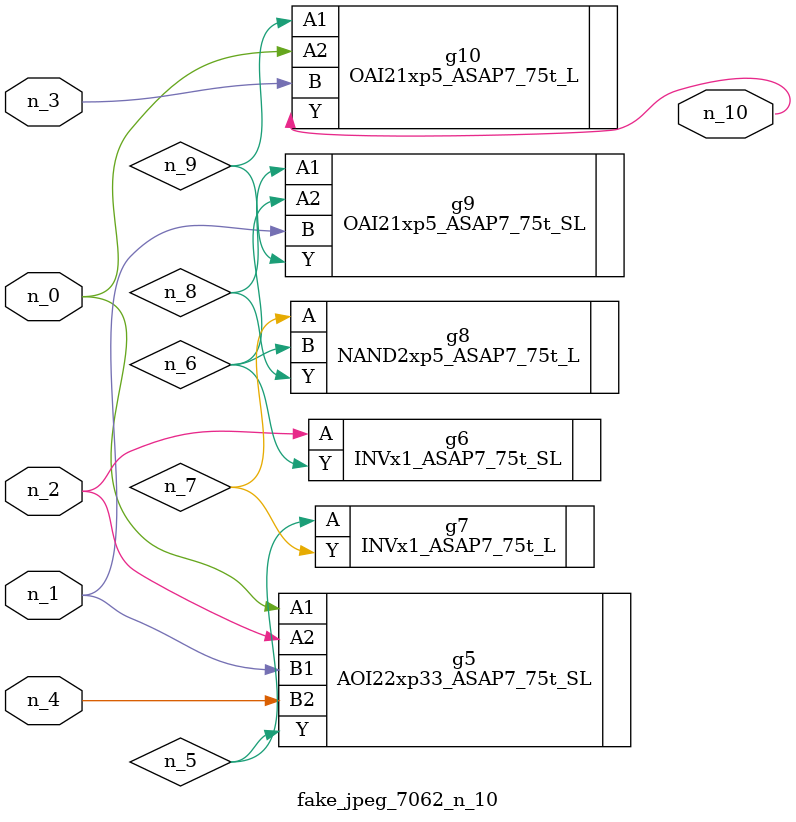
<source format=v>
module fake_jpeg_7062_n_10 (n_3, n_2, n_1, n_0, n_4, n_10);

input n_3;
input n_2;
input n_1;
input n_0;
input n_4;

output n_10;

wire n_8;
wire n_9;
wire n_6;
wire n_5;
wire n_7;

AOI22xp33_ASAP7_75t_SL g5 ( 
.A1(n_0),
.A2(n_2),
.B1(n_1),
.B2(n_4),
.Y(n_5)
);

INVx1_ASAP7_75t_SL g6 ( 
.A(n_2),
.Y(n_6)
);

INVx1_ASAP7_75t_L g7 ( 
.A(n_5),
.Y(n_7)
);

NAND2xp5_ASAP7_75t_L g8 ( 
.A(n_7),
.B(n_6),
.Y(n_8)
);

OAI21xp5_ASAP7_75t_SL g9 ( 
.A1(n_8),
.A2(n_6),
.B(n_1),
.Y(n_9)
);

OAI21xp5_ASAP7_75t_L g10 ( 
.A1(n_9),
.A2(n_0),
.B(n_3),
.Y(n_10)
);


endmodule
</source>
